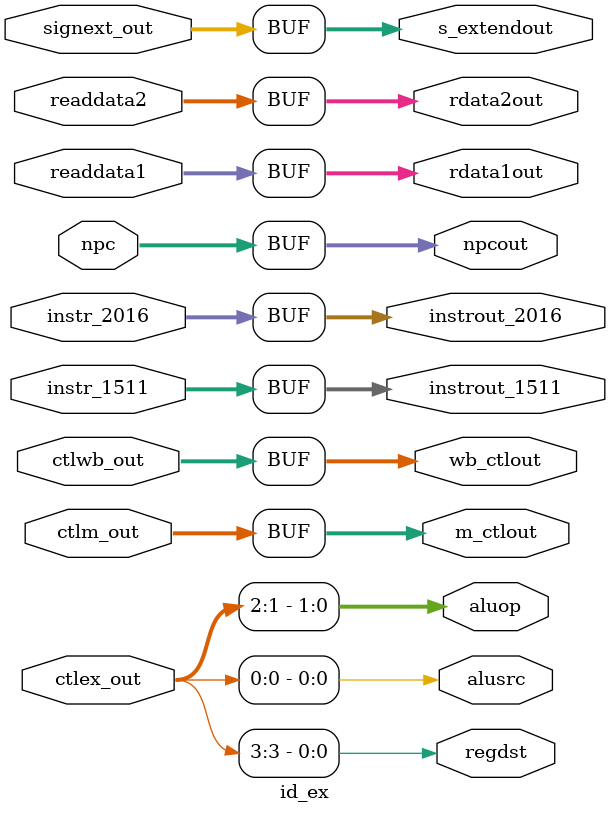
<source format=v>
`timescale 1ns / 1ps

module id_ex(
	input	wire 	[1:0]	ctlwb_out,
	input	wire 	[2:0]	ctlm_out,
	input	wire 	[3:0]	ctlex_out,
	input	wire 	[31:0]	npc, readdata1, readdata2, signext_out,
	input	wire	[4:0]	instr_2016, instr_1511,
	output	reg	    [1:0]	wb_ctlout,
	output	reg	    [2:0]	m_ctlout,
	output	reg		        regdst, alusrc,
	output	reg	    [1:0]	aluop, 
	output	reg 	[31:0]	npcout, rdata1out, rdata2out, s_extendout,
	output	reg	    [4:0]	instrout_2016, instrout_1511  
 );
		
initial begin
      //Assign 0's to everything
  		wb_ctlout 	    <= 0;
	  	m_ctlout 	    <= 0;
	  	regdst 		    <= 0;
	  	aluop 		    <= 0;
	  	alusrc 		    <= 0;
	  	npcout 		    <= 0;
	  	rdata1out 	    <= 0;  
	  	rdata2out 	    <= 0; 
	  	s_extendout 	<= 0;
		instrout_2016	<= 0; 
		instrout_1511	<= 0;
end

always @ * begin
     //Wire the inputs to the outputs corresponding outputs
 		 #1
	 	 wb_ctlout 	<= ctlwb_out;
		 m_ctlout 	<= ctlm_out;	
		 regdst 	<= ctlex_out[3];	 // ctlex_out is mapped to 3 outputs:
		 aluop 		<= ctlex_out[2:1];				
		 alusrc 	<= ctlex_out[0];			
		 npcout 	<= npc;
		 rdata1out 	<= readdata1;
		 rdata2out 	<= readdata2;
		 s_extendout 	<= signext_out;
		 instrout_2016 	<= instr_2016;
		 instrout_1511 	<= instr_1511;
	end
endmodule //id_ex

</source>
